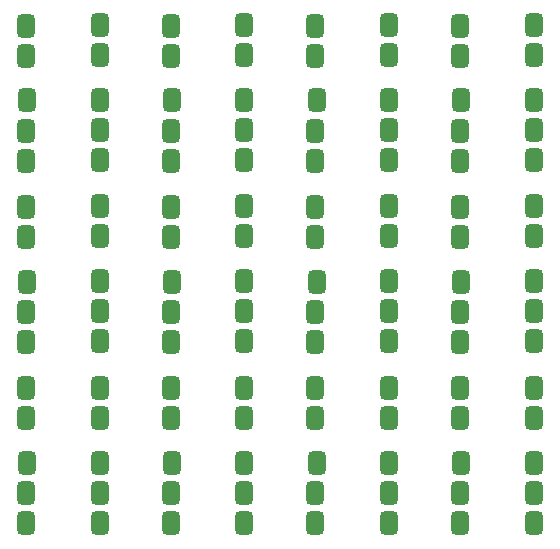
<source format=gbp>
G04*
G04 #@! TF.GenerationSoftware,Altium Limited,Altium Designer,25.0.2 (28)*
G04*
G04 Layer_Color=128*
%FSLAX44Y44*%
%MOMM*%
G71*
G04*
G04 #@! TF.SameCoordinates,6A123C44-6EB7-423C-9969-B25F4FCB3D5A*
G04*
G04*
G04 #@! TF.FilePolarity,Positive*
G04*
G01*
G75*
G04:AMPARAMS|DCode=36|XSize=1.5mm|YSize=2mm|CornerRadius=0.375mm|HoleSize=0mm|Usage=FLASHONLY|Rotation=180.000|XOffset=0mm|YOffset=0mm|HoleType=Round|Shape=RoundedRectangle|*
%AMROUNDEDRECTD36*
21,1,1.5000,1.2500,0,0,180.0*
21,1,0.7500,2.0000,0,0,180.0*
1,1,0.7500,-0.3750,0.6250*
1,1,0.7500,0.3750,0.6250*
1,1,0.7500,0.3750,-0.6250*
1,1,0.7500,-0.3750,-0.6250*
%
%ADD36ROUNDEDRECTD36*%
D36*
X60890Y137410D02*
D03*
X122390Y175760D02*
D03*
Y201160D02*
D03*
X59890Y200710D02*
D03*
Y175310D02*
D03*
X122390Y137660D02*
D03*
Y112260D02*
D03*
Y86860D02*
D03*
X59890Y111810D02*
D03*
Y86410D02*
D03*
X183390Y137410D02*
D03*
X244890Y175760D02*
D03*
Y201160D02*
D03*
X182390Y200710D02*
D03*
Y175310D02*
D03*
X244890Y137660D02*
D03*
Y112260D02*
D03*
Y86860D02*
D03*
X182390Y111810D02*
D03*
Y86410D02*
D03*
X305890Y137410D02*
D03*
X367390Y175760D02*
D03*
Y201160D02*
D03*
X304890Y200710D02*
D03*
Y175310D02*
D03*
X367390Y137660D02*
D03*
Y112260D02*
D03*
Y86860D02*
D03*
X304890Y111810D02*
D03*
Y86410D02*
D03*
X428390Y137410D02*
D03*
X489890Y175760D02*
D03*
Y201160D02*
D03*
X427390Y200710D02*
D03*
Y175310D02*
D03*
X489890Y137660D02*
D03*
Y112260D02*
D03*
Y86860D02*
D03*
X427390Y111810D02*
D03*
Y86410D02*
D03*
X60890Y290910D02*
D03*
X122390Y329260D02*
D03*
Y354660D02*
D03*
X59890Y354210D02*
D03*
Y328810D02*
D03*
X122390Y291160D02*
D03*
Y265760D02*
D03*
Y240360D02*
D03*
X59890Y265310D02*
D03*
Y239910D02*
D03*
X183390Y290910D02*
D03*
X244890Y329260D02*
D03*
Y354660D02*
D03*
X182390Y354210D02*
D03*
Y328810D02*
D03*
X244890Y291160D02*
D03*
Y265760D02*
D03*
Y240360D02*
D03*
X182390Y265310D02*
D03*
Y239910D02*
D03*
X305890Y290910D02*
D03*
X367390Y329260D02*
D03*
Y354660D02*
D03*
X304890Y354210D02*
D03*
Y328810D02*
D03*
X367390Y291160D02*
D03*
Y265760D02*
D03*
Y240360D02*
D03*
X304890Y265310D02*
D03*
Y239910D02*
D03*
X428390Y290910D02*
D03*
X489890Y329260D02*
D03*
Y354660D02*
D03*
X427390Y354210D02*
D03*
Y328810D02*
D03*
X489890Y291160D02*
D03*
Y265760D02*
D03*
Y240360D02*
D03*
X427390Y265310D02*
D03*
Y239910D02*
D03*
X60890Y444410D02*
D03*
X122390Y482760D02*
D03*
Y508160D02*
D03*
X59890Y507710D02*
D03*
Y482310D02*
D03*
X122390Y444660D02*
D03*
Y419260D02*
D03*
Y393860D02*
D03*
X59890Y418810D02*
D03*
Y393410D02*
D03*
X183390Y444410D02*
D03*
X244890Y482760D02*
D03*
Y508160D02*
D03*
X182390Y507710D02*
D03*
Y482310D02*
D03*
X244890Y444660D02*
D03*
Y419260D02*
D03*
Y393860D02*
D03*
X182390Y418810D02*
D03*
Y393410D02*
D03*
X305890Y444410D02*
D03*
X367390Y482760D02*
D03*
Y508160D02*
D03*
X304890Y507710D02*
D03*
Y482310D02*
D03*
X367390Y444660D02*
D03*
Y419260D02*
D03*
Y393860D02*
D03*
X304890Y418810D02*
D03*
Y393410D02*
D03*
X428390Y444410D02*
D03*
X489890Y482760D02*
D03*
Y508160D02*
D03*
X427390Y507710D02*
D03*
Y482310D02*
D03*
X489890Y444660D02*
D03*
Y419260D02*
D03*
Y393860D02*
D03*
X427390Y418810D02*
D03*
Y393410D02*
D03*
M02*

</source>
